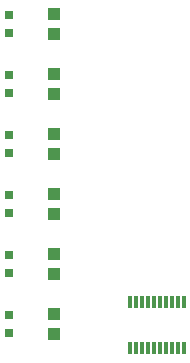
<source format=gbr>
G04 EAGLE Gerber RS-274X export*
G75*
%MOMM*%
%FSLAX34Y34*%
%LPD*%
%INSolderpaste Top*%
%IPPOS*%
%AMOC8*
5,1,8,0,0,1.08239X$1,22.5*%
G01*
%ADD10R,0.800000X0.800000*%
%ADD11R,0.300000X1.100000*%
%ADD12R,1.100000X1.000000*%


D10*
X723900Y553600D03*
X723900Y538600D03*
X723900Y502800D03*
X723900Y487800D03*
D11*
X826500Y271900D03*
X831500Y271900D03*
X836500Y271900D03*
X841500Y271900D03*
X846500Y271900D03*
X851500Y271900D03*
X856500Y271900D03*
X861500Y271900D03*
X866500Y271900D03*
X871500Y271900D03*
X871500Y310900D03*
X866500Y310900D03*
X861500Y310900D03*
X856500Y310900D03*
X851500Y310900D03*
X846500Y310900D03*
X841500Y310900D03*
X836500Y310900D03*
X831500Y310900D03*
X826500Y310900D03*
D10*
X723900Y452000D03*
X723900Y437000D03*
D12*
X762000Y537600D03*
X762000Y554600D03*
X762000Y486800D03*
X762000Y503800D03*
X762000Y436000D03*
X762000Y453000D03*
X762000Y385200D03*
X762000Y402200D03*
X762000Y334400D03*
X762000Y351400D03*
X762000Y283600D03*
X762000Y300600D03*
D10*
X723900Y401200D03*
X723900Y386200D03*
X723900Y350400D03*
X723900Y335400D03*
X723900Y299600D03*
X723900Y284600D03*
M02*

</source>
